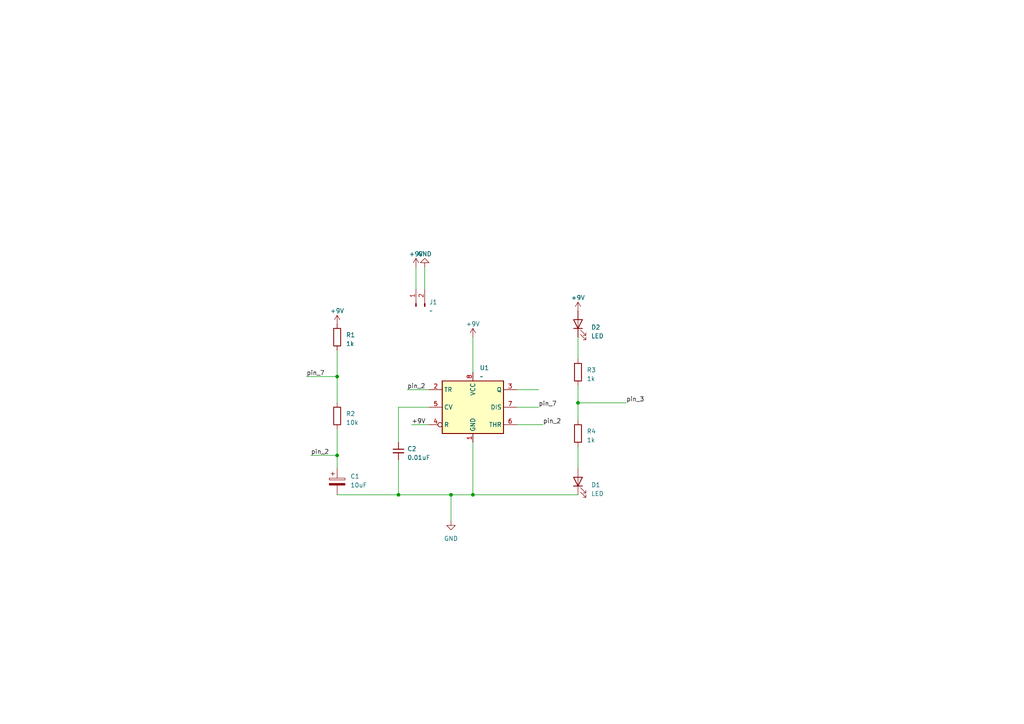
<source format=kicad_sch>
(kicad_sch (version 20230121) (generator eeschema)
  (paper "A4")
  (lib_symbols
    (symbol "Connector:Conn_01x02_Pin" (pin_names (offset 1.016) hide)
      (property "Reference" "J" (at 0 2.54 0))
      (property "Value" "Conn_01x02_Pin" (at 0 -5.08 0))
      (symbol "Conn_01x02_Pin_1_1"
        (polyline (pts (xy 1.27 -2.54) (xy 0.8636 -2.54)) (stroke (width 0.1524)))
        (polyline (pts (xy 1.27 0) (xy 0.8636 0)) (stroke (width 0.1524)))
        (rectangle (start 0.8636 -2.413) (end 0 -2.667) (stroke (width 0.1524)) (fill (type outline)))
        (rectangle (start 0.8636 0.127) (end 0 -0.127) (stroke (width 0.1524)) (fill (type outline)))
        (pin passive line (at 5.08 0 180) (length 3.81) (name "Pin_1") (number "1"))
        (pin passive line (at 5.08 -2.54 180) (length 3.81) (name "Pin_2") (number "2"))
      )
    )
    (symbol "Device:C_Polarized" (pin_numbers hide) (pin_names (offset 0.254))
      (property "Reference" "C" (at 0.635 2.54 0))
      (property "Value" "C_Polarized" (at 0.635 -2.54 0))
      (symbol "C_Polarized_0_1"
        (rectangle (start -2.286 0.508) (end 2.286 1.016))
        (polyline (pts (xy -1.778 2.286) (xy -0.762 2.286)))
        (polyline (pts (xy -1.27 2.794) (xy -1.27 1.778)))
        (rectangle (start 2.286 -0.508) (end -2.286 -1.016) (fill (type outline)))
      )
      (symbol "C_Polarized_1_1"
        (pin passive line (at 0 3.81 270) (length 2.794) (name "~") (number "1"))
        (pin passive line (at 0 -3.81 90) (length 2.794) (name "~") (number "2"))
      )
    )
    (symbol "Device:C_Small" (pin_numbers hide) (pin_names (offset 0.254) hide)
      (property "Reference" "C" (at 0.254 1.778 0))
      (property "Value" "C_Small" (at 0.254 -2.032 0))
      (symbol "C_Small_0_1"
        (polyline (pts (xy -1.524 -0.508) (xy 1.524 -0.508)) (stroke (width 0.3302)))
        (polyline (pts (xy -1.524 0.508) (xy 1.524 0.508)) (stroke (width 0.3048)))
      )
      (symbol "C_Small_1_1"
        (pin passive line (at 0 2.54 270) (length 2.032) (name "~") (number "1"))
        (pin passive line (at 0 -2.54 90) (length 2.032) (name "~") (number "2"))
      )
    )
    (symbol "Device:LED" (pin_numbers hide) (pin_names (offset 1.016) hide)
      (property "Reference" "D" (at 0 2.54 0))
      (property "Value" "LED" (at 0 -2.54 0))
      (symbol "LED_0_1"
        (polyline (pts (xy -1.27 -1.27) (xy -1.27 1.27)) (stroke (width 0.254)))
        (polyline (pts (xy -1.27 0) (xy 1.27 0)))
        (polyline (pts (xy 1.27 -1.27) (xy 1.27 1.27) (xy -1.27 0) (xy 1.27 -1.27)) (stroke (width 0.254)))
        (polyline (pts (xy -3.048 -0.762) (xy -4.572 -2.286) (xy -3.81 -2.286) (xy -4.572 -2.286) (xy -4.572 -1.524)))
        (polyline (pts (xy -1.778 -0.762) (xy -3.302 -2.286) (xy -2.54 -2.286) (xy -3.302 -2.286) (xy -3.302 -1.524)))
      )
      (symbol "LED_1_1"
        (pin passive line (at -3.81 0 0) (length 2.54) (name "K") (number "1"))
        (pin passive line (at 3.81 0 180) (length 2.54) (name "A") (number "2"))
      )
    )
    (symbol "Device:R" (pin_numbers hide) (pin_names (offset 0))
      (property "Reference" "R" (at 2.032 0 90))
      (property "Value" "R" (at 0 0 90))
      (symbol "R_0_1"
        (rectangle (start -1.016 -2.54) (end 1.016 2.54) (stroke (width 0.254)))
      )
      (symbol "R_1_1"
        (pin passive line (at 0 3.81 270) (length 1.27) (name "~") (number "1"))
        (pin passive line (at 0 -3.81 90) (length 1.27) (name "~") (number "2"))
      )
    )
    (symbol "Timer:NE555D"
      (property "Reference" "U" (at -10.16 8.89 0))
      (property "Value" "NE555D" (at 2.54 8.89 0))
      (symbol "NE555D_0_0"
        (pin power_in line (at 0 -10.16 90) (length 2.54) (name "GND") (number "1"))
        (pin power_in line (at 0 10.16 270) (length 2.54) (name "VCC") (number "8"))
      )
      (symbol "NE555D_0_1"
        (rectangle (start -8.89 -7.62) (end 8.89 7.62) (stroke (width 0.254)) (fill (type background)))
        (rectangle (start -8.89 -7.62) (end 8.89 7.62) (stroke (width 0.254)) (fill (type background)))
      )
      (symbol "NE555D_1_1"
        (pin input line (at -12.7 5.08 0) (length 3.81) (name "TR") (number "2"))
        (pin output line (at 12.7 5.08 180) (length 3.81) (name "Q") (number "3"))
        (pin input inverted (at -12.7 -5.08 0) (length 3.81) (name "R") (number "4"))
        (pin input line (at -12.7 0 0) (length 3.81) (name "CV") (number "5"))
        (pin input line (at 12.7 -5.08 180) (length 3.81) (name "THR") (number "6"))
        (pin input line (at 12.7 0 180) (length 3.81) (name "DIS") (number "7"))
      )
    )
    (symbol "power:+9V" (power) (pin_names (offset 0))
      (property "Value" "+9V" (at 0 3.556 0))
      (symbol "+9V_0_1"
        (polyline (pts (xy -0.762 1.27) (xy 0 2.54)))
        (polyline (pts (xy 0 0) (xy 0 2.54)))
        (polyline (pts (xy 0 2.54) (xy 0.762 1.27)))
      )
      (symbol "+9V_1_1"
        (pin power_in line (at 0 0 90) (length 0) hide (name "+9V") (number "1"))
      )
    )
    (symbol "power:GND" (power) (pin_names (offset 0))
      (property "Value" "GND" (at 0 -3.81 0))
      (symbol "GND_0_1"
        (polyline (pts (xy 0 0) (xy 0 -1.27) (xy 1.27 -1.27) (xy 0 -2.54) (xy -1.27 -1.27) (xy 0 -1.27)))
      )
      (symbol "GND_1_1"
        (pin power_in line (at 0 0 270) (length 0) hide (name "GND") (number "1"))
      )
    )
  )
  (junction (at 97.79 109.22))
  (junction (at 167.64 116.84))
  (junction (at 137.16 143.51))
  (junction (at 115.57 143.51))
  (junction (at 97.79 132.08))
  (junction (at 130.81 143.51))
  (wire (pts (xy 97.79 124.46) (xy 97.79 132.08)))
  (wire (pts (xy 118.11 113.03) (xy 124.46 113.03)))
  (wire (pts (xy 149.86 118.11) (xy 156.21 118.11)))
  (wire (pts (xy 115.57 133.35) (xy 115.57 143.51)))
  (wire (pts (xy 97.79 132.08) (xy 97.79 135.89)))
  (wire (pts (xy 97.79 143.51) (xy 115.57 143.51)))
  (wire (pts (xy 120.65 77.47) (xy 120.65 83.82)))
  (wire (pts (xy 167.64 116.84) (xy 167.64 121.92)))
  (wire (pts (xy 149.86 113.03) (xy 156.21 113.03)))
  (wire (pts (xy 115.57 128.27) (xy 115.57 118.11)))
  (wire (pts (xy 167.64 129.54) (xy 167.64 135.89)))
  (wire (pts (xy 167.64 97.79) (xy 167.64 104.14)))
  (wire (pts (xy 167.64 111.76) (xy 167.64 116.84)))
  (wire (pts (xy 119.38 123.19) (xy 124.46 123.19)))
  (wire (pts (xy 115.57 118.11) (xy 124.46 118.11)))
  (wire (pts (xy 88.9 109.22) (xy 97.79 109.22)))
  (wire (pts (xy 97.79 109.22) (xy 97.79 116.84)))
  (wire (pts (xy 137.16 128.27) (xy 137.16 143.51)))
  (wire (pts (xy 137.16 143.51) (xy 167.64 143.51)))
  (wire (pts (xy 167.64 116.84) (xy 181.61 116.84)))
  (wire (pts (xy 137.16 97.79) (xy 137.16 107.95)))
  (wire (pts (xy 90.17 132.08) (xy 97.79 132.08)))
  (wire (pts (xy 123.19 77.47) (xy 123.19 83.82)))
  (wire (pts (xy 130.81 143.51) (xy 130.81 151.13)))
  (wire (pts (xy 149.86 123.19) (xy 157.48 123.19)))
  (wire (pts (xy 97.79 101.6) (xy 97.79 109.22)))
  (wire (pts (xy 130.81 143.51) (xy 137.16 143.51)))
  (wire (pts (xy 115.57 143.51) (xy 130.81 143.51)))
  (label "pin_2" (at 157.48 123.19 0))
  (label "+9V" (at 119.38 123.19 0))
  (label "pin_7" (at 156.21 118.11 0))
  (label "pin_2" (at 118.11 113.03 0))
  (label "pin_7" (at 88.9 109.22 0))
  (label "pin_3" (at 181.61 116.84 0))
  (label "pin_2" (at 90.17 132.08 0))
  (symbol (lib_id "power:GND") (at 130.81 151.13 0) (unit 1)
    (property "Reference" "#PWR02" (effects hide))
    (property "Value" "GND" (at 130.81 156.21 0))
  )
  (symbol (lib_id "Device:C_Small") (at 115.57 130.81 0) (unit 1)
    (property "Reference" "C2" (at 118.11 130.1813 0) (effects (justify left)))
    (property "Value" "0.01uF" (at 118.11 132.7213 0) (effects (justify left)))
    (property "Footprint" "Capacitor_SMD:C_0805_2012Metric_Pad1.18x1.45mm_HandSolder" (effects hide))
  )
  (symbol (lib_id "Device:LED") (at 167.64 139.7 90) (unit 1)
    (property "Reference" "D1" (at 171.45 140.6525 90) (effects (justify right)))
    (property "Value" "LED" (at 171.45 143.1925 90) (effects (justify right)))
    (property "Footprint" "LED_SMD:LED_1206_3216Metric_Pad1.42x1.75mm_HandSolder" (effects hide))
  )
  (symbol (lib_id "power:GND") (at 123.19 77.47 180) (unit 1)
    (property "Reference" "#PWR06" (effects hide))
    (property "Value" "GND" (at 123.19 73.66 0))
  )
  (symbol (lib_id "power:+9V") (at 97.79 93.98 0) (unit 1)
    (property "Reference" "#PWR01" (effects hide))
    (property "Value" "+9V" (at 97.79 90.17 0))
  )
  (symbol (lib_id "power:+9V") (at 137.16 97.79 0) (unit 1)
    (property "Reference" "#PWR04" (effects hide))
    (property "Value" "+9V" (at 137.16 93.98 0))
  )
  (symbol (lib_id "power:+9V") (at 167.64 90.17 0) (unit 1)
    (property "Reference" "#PWR03" (effects hide))
    (property "Value" "+9V" (at 167.64 86.36 0))
  )
  (symbol (lib_id "Device:LED") (at 167.64 93.98 90) (unit 1)
    (property "Reference" "D2" (at 171.45 94.9325 90) (effects (justify right)))
    (property "Value" "LED" (at 171.45 97.4725 90) (effects (justify right)))
    (property "Footprint" "LED_SMD:LED_1206_3216Metric_Pad1.42x1.75mm_HandSolder" (effects hide))
  )
  (symbol (lib_id "Device:R") (at 167.64 107.95 0) (unit 1)
    (property "Reference" "R3" (at 170.18 107.315 0) (effects (justify left)))
    (property "Value" "1k" (at 170.18 109.855 0) (effects (justify left)))
    (property "Footprint" "Resistor_SMD:R_0805_2012Metric_Pad1.20x1.40mm_HandSolder" (effects hide))
  )
  (symbol (lib_id "Connector:Conn_01x02_Pin") (at 120.65 88.9 90) (unit 1)
    (property "Reference" "J1" (at 124.46 87.63 90) (effects (justify right)))
    (property "Value" "~" (at 124.46 90.17 90) (effects (justify right)))
    (property "Footprint" "Connector_JST:JST_EH_S2B-EH_1x02_P2.50mm_Horizontal" (effects hide))
  )
  (symbol (lib_id "Timer:NE555D") (at 137.16 118.11 0) (unit 1)
    (property "Reference" "U1" (at 139.1159 106.68 0) (effects (justify left)))
    (property "Value" "~" (at 139.1159 109.22 0) (effects (justify left)))
    (property "Footprint" "Package_SO:SOIC-8-1EP_3.9x4.9mm_P1.27mm_EP2.29x3mm" (effects hide))
    (property "Datasheet" "http://www.ti.com/lit/ds/symlink/ne555.pdf" (effects hide))
  )
  (symbol (lib_id "Device:R") (at 167.64 125.73 0) (unit 1)
    (property "Reference" "R4" (at 170.18 125.095 0) (effects (justify left)))
    (property "Value" "1k" (at 170.18 127.635 0) (effects (justify left)))
    (property "Footprint" "Resistor_SMD:R_0805_2012Metric_Pad1.20x1.40mm_HandSolder" (effects hide))
  )
  (symbol (lib_id "Device:R") (at 97.79 120.65 0) (unit 1)
    (property "Reference" "R2" (at 100.33 120.015 0) (effects (justify left)))
    (property "Value" "10k" (at 100.33 122.555 0) (effects (justify left)))
    (property "Footprint" "Resistor_SMD:R_0805_2012Metric_Pad1.20x1.40mm_HandSolder" (effects hide))
  )
  (symbol (lib_id "Device:C_Polarized") (at 97.79 139.7 0) (unit 1)
    (property "Reference" "C1" (at 101.6 138.176 0) (effects (justify left)))
    (property "Value" "10uF" (at 101.6 140.716 0) (effects (justify left)))
    (property "Footprint" "Capacitor_Tantalum_SMD:CP_EIA-3216-18_Kemet-A_Pad1.58x1.35mm_HandSolder" (effects hide))
  )
  (symbol (lib_id "Device:R") (at 97.79 97.79 0) (unit 1)
    (property "Reference" "R1" (at 100.33 97.155 0) (effects (justify left)))
    (property "Value" "1k" (at 100.33 99.695 0) (effects (justify left)))
    (property "Footprint" "Resistor_SMD:R_0805_2012Metric_Pad1.20x1.40mm_HandSolder" (effects hide))
  )
  (symbol (lib_id "power:+9V") (at 120.65 77.47 0) (unit 1)
    (property "Reference" "#PWR05" (effects hide))
    (property "Value" "+9V" (at 120.65 73.66 0))
  )
)
</source>
